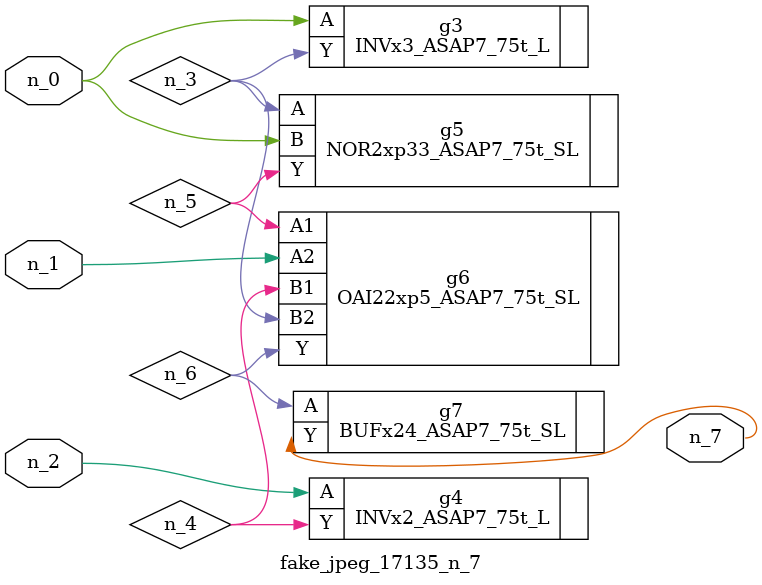
<source format=v>
module fake_jpeg_17135_n_7 (n_0, n_2, n_1, n_7);

input n_0;
input n_2;
input n_1;

output n_7;

wire n_3;
wire n_4;
wire n_6;
wire n_5;

INVx3_ASAP7_75t_L g3 ( 
.A(n_0),
.Y(n_3)
);

INVx2_ASAP7_75t_L g4 ( 
.A(n_2),
.Y(n_4)
);

NOR2xp33_ASAP7_75t_SL g5 ( 
.A(n_3),
.B(n_0),
.Y(n_5)
);

OAI22xp5_ASAP7_75t_SL g6 ( 
.A1(n_5),
.A2(n_1),
.B1(n_4),
.B2(n_3),
.Y(n_6)
);

BUFx24_ASAP7_75t_SL g7 ( 
.A(n_6),
.Y(n_7)
);


endmodule
</source>
